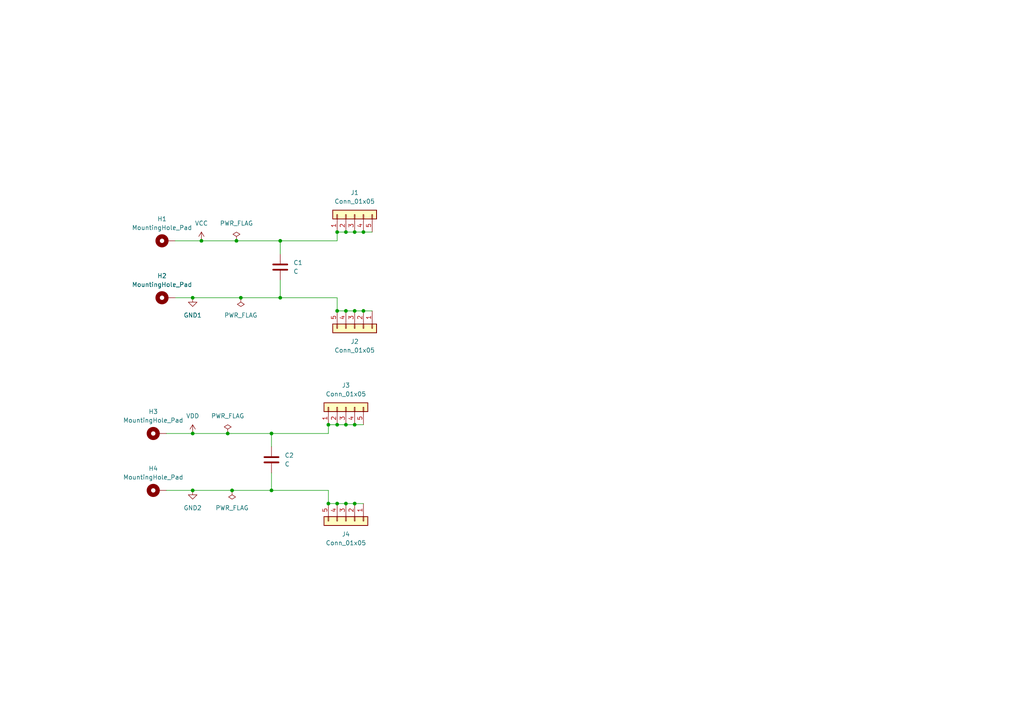
<source format=kicad_sch>
(kicad_sch (version 20250114) (generator "eeschema") (generator_version "9.0")
  (paper "A4")
  (title_block (title "ProtoboardSourcePCB") (date "2025-07-22") (rev "1.0") (company "Rodrigo Madrigal Montes") (comment 1 "Adaptador de conectores banana o 4mm para protoboards"))
  (lib_symbols
    (symbol "Connector_Generic:Conn_01x05" (pin_names (offset 1.016) (hide yes))
      (property "Reference" "J" (at 0 7.62 0))
      (property "Value" "Conn_01x05" (at 0 -7.62 0))
      (symbol "Conn_01x05_1_1"
        (rectangle (start -1.27 6.35) (end 1.27 -6.35) (stroke (width 0.254)) (fill (type background)))
        (rectangle (start -1.27 5.207) (end 0 4.953) (stroke (width 0.1524)))
        (rectangle (start -1.27 2.667) (end 0 2.413) (stroke (width 0.1524)))
        (rectangle (start -1.27 0.127) (end 0 -0.127) (stroke (width 0.1524)))
        (rectangle (start -1.27 -2.413) (end 0 -2.667) (stroke (width 0.1524)))
        (rectangle (start -1.27 -4.953) (end 0 -5.207) (stroke (width 0.1524)))
        (pin passive line (at -5.08 5.08 0) (length 3.81) (name "Pin_1") (number "1"))
        (pin passive line (at -5.08 2.54 0) (length 3.81) (name "Pin_2") (number "2"))
        (pin passive line (at -5.08 0 0) (length 3.81) (name "Pin_3") (number "3"))
        (pin passive line (at -5.08 -2.54 0) (length 3.81) (name "Pin_4") (number "4"))
        (pin passive line (at -5.08 -5.08 0) (length 3.81) (name "Pin_5") (number "5"))
      )
    )
    (symbol "Device:C" (pin_numbers (hide yes)) (pin_names (offset 0.254))
      (property "Reference" "C" (at 0.635 2.54 0))
      (property "Value" "C" (at 0.635 -2.54 0))
      (symbol "C_0_1"
        (polyline (pts (xy -2.032 0.762) (xy 2.032 0.762)) (stroke (width 0.508)))
        (polyline (pts (xy -2.032 -0.762) (xy 2.032 -0.762)) (stroke (width 0.508)))
      )
      (symbol "C_1_1"
        (pin passive line (at 0 3.81 270) (length 2.794) (name "~") (number "1"))
        (pin passive line (at 0 -3.81 90) (length 2.794) (name "~") (number "2"))
      )
    )
    (symbol "Mechanical:MountingHole_Pad" (pin_numbers (hide yes)) (pin_names (offset 1.016) (hide yes)) (in_bom no)
      (property "Reference" "H" (at 0 6.35 0))
      (property "Value" "MountingHole_Pad" (at 0 4.445 0))
      (symbol "MountingHole_Pad_0_1"
        (circle (center 0 1.27) (radius 1.27) (stroke (width 1.27)))
      )
      (symbol "MountingHole_Pad_1_1"
        (pin input line (at 0 -2.54 90) (length 2.54) (name "1") (number "1"))
      )
    )
    (symbol "power:GND1" (power) (pin_numbers (hide yes)) (pin_names (offset 0) (hide yes))
      (property "Value" "GND1" (at 0 -3.81 0))
      (symbol "GND1_0_1"
        (polyline (pts (xy 0 0) (xy 0 -1.27) (xy 1.27 -1.27) (xy 0 -2.54) (xy -1.27 -1.27) (xy 0 -1.27)))
      )
      (symbol "GND1_1_1"
        (pin power_in line (at 0 0 270) (length 0) (name "~") (number "1"))
      )
    )
    (symbol "power:GND2" (power) (pin_numbers (hide yes)) (pin_names (offset 0) (hide yes))
      (property "Value" "GND2" (at 0 -3.81 0))
      (symbol "GND2_0_1"
        (polyline (pts (xy 0 0) (xy 0 -1.27) (xy 1.27 -1.27) (xy 0 -2.54) (xy -1.27 -1.27) (xy 0 -1.27)))
      )
      (symbol "GND2_1_1"
        (pin power_in line (at 0 0 270) (length 0) (name "~") (number "1"))
      )
    )
    (symbol "power:PWR_FLAG" (power) (pin_numbers (hide yes)) (pin_names (offset 0) (hide yes))
      (property "Value" "PWR_FLAG" (at 0 3.81 0))
      (symbol "PWR_FLAG_0_0"
        (pin power_out line (at 0 0 90) (length 0) (name "~") (number "1"))
      )
      (symbol "PWR_FLAG_0_1"
        (polyline (pts (xy 0 0) (xy 0 1.27) (xy -1.016 1.905) (xy 0 2.54) (xy 1.016 1.905) (xy 0 1.27)))
      )
    )
    (symbol "power:VCC" (power) (pin_numbers (hide yes)) (pin_names (offset 0) (hide yes))
      (property "Value" "VCC" (at 0 3.556 0))
      (symbol "VCC_0_1"
        (polyline (pts (xy -0.762 1.27) (xy 0 2.54)))
        (polyline (pts (xy 0 2.54) (xy 0.762 1.27)))
        (polyline (pts (xy 0 0) (xy 0 2.54)))
      )
      (symbol "VCC_1_1"
        (pin power_in line (at 0 0 90) (length 0) (name "~") (number "1"))
      )
    )
    (symbol "power:VDD" (power) (pin_numbers (hide yes)) (pin_names (offset 0) (hide yes))
      (property "Value" "VDD" (at 0 3.556 0))
      (symbol "VDD_0_1"
        (polyline (pts (xy -0.762 1.27) (xy 0 2.54)))
        (polyline (pts (xy 0 2.54) (xy 0.762 1.27)))
        (polyline (pts (xy 0 0) (xy 0 2.54)))
      )
      (symbol "VDD_1_1"
        (pin power_in line (at 0 0 90) (length 0) (name "~") (number "1"))
      )
    )
  )
  (junction (at 55.88 125.73))
  (junction (at 69.85 86.36))
  (junction (at 97.79 123.19))
  (junction (at 97.79 67.31))
  (junction (at 102.87 67.31))
  (junction (at 81.28 69.85))
  (junction (at 55.88 142.24))
  (junction (at 100.33 123.19))
  (junction (at 105.41 90.17))
  (junction (at 58.42 69.85))
  (junction (at 78.74 142.24))
  (junction (at 102.87 146.05))
  (junction (at 67.31 142.24))
  (junction (at 78.74 125.73))
  (junction (at 95.25 146.05))
  (junction (at 105.41 67.31))
  (junction (at 97.79 146.05))
  (junction (at 102.87 90.17))
  (junction (at 97.79 90.17))
  (junction (at 100.33 146.05))
  (junction (at 102.87 123.19))
  (junction (at 66.04 125.73))
  (junction (at 95.25 123.19))
  (junction (at 100.33 67.31))
  (junction (at 68.58 69.85))
  (junction (at 100.33 90.17))
  (junction (at 55.88 86.36))
  (junction (at 81.28 86.36))
  (wire (pts (xy 81.28 86.36) (xy 97.79 86.36)))
  (wire (pts (xy 102.87 67.31) (xy 105.41 67.31)))
  (wire (pts (xy 50.8 69.85) (xy 58.42 69.85)))
  (wire (pts (xy 102.87 90.17) (xy 105.41 90.17)))
  (wire (pts (xy 100.33 146.05) (xy 102.87 146.05)))
  (wire (pts (xy 97.79 123.19) (xy 100.33 123.19)))
  (wire (pts (xy 97.79 69.85) (xy 97.79 67.31)))
  (wire (pts (xy 100.33 67.31) (xy 102.87 67.31)))
  (wire (pts (xy 67.31 142.24) (xy 78.74 142.24)))
  (wire (pts (xy 97.79 146.05) (xy 100.33 146.05)))
  (wire (pts (xy 95.25 125.73) (xy 95.25 123.19)))
  (wire (pts (xy 66.04 125.73) (xy 78.74 125.73)))
  (wire (pts (xy 102.87 146.05) (xy 105.41 146.05)))
  (wire (pts (xy 81.28 69.85) (xy 97.79 69.85)))
  (wire (pts (xy 78.74 142.24) (xy 78.74 137.16)))
  (wire (pts (xy 48.26 125.73) (xy 55.88 125.73)))
  (wire (pts (xy 50.8 86.36) (xy 55.88 86.36)))
  (wire (pts (xy 58.42 69.85) (xy 68.58 69.85)))
  (wire (pts (xy 95.25 146.05) (xy 97.79 146.05)))
  (wire (pts (xy 81.28 69.85) (xy 81.28 73.66)))
  (wire (pts (xy 55.88 86.36) (xy 69.85 86.36)))
  (wire (pts (xy 97.79 67.31) (xy 100.33 67.31)))
  (wire (pts (xy 102.87 123.19) (xy 105.41 123.19)))
  (wire (pts (xy 78.74 142.24) (xy 95.25 142.24)))
  (wire (pts (xy 55.88 142.24) (xy 67.31 142.24)))
  (wire (pts (xy 55.88 125.73) (xy 66.04 125.73)))
  (wire (pts (xy 100.33 123.19) (xy 102.87 123.19)))
  (wire (pts (xy 78.74 125.73) (xy 78.74 129.54)))
  (wire (pts (xy 48.26 142.24) (xy 55.88 142.24)))
  (wire (pts (xy 78.74 125.73) (xy 95.25 125.73)))
  (wire (pts (xy 69.85 86.36) (xy 81.28 86.36)))
  (wire (pts (xy 97.79 86.36) (xy 97.79 90.17)))
  (wire (pts (xy 95.25 142.24) (xy 95.25 146.05)))
  (wire (pts (xy 105.41 90.17) (xy 107.95 90.17)))
  (wire (pts (xy 68.58 69.85) (xy 81.28 69.85)))
  (wire (pts (xy 97.79 90.17) (xy 100.33 90.17)))
  (wire (pts (xy 81.28 86.36) (xy 81.28 81.28)))
  (wire (pts (xy 105.41 67.31) (xy 107.95 67.31)))
  (wire (pts (xy 100.33 90.17) (xy 102.87 90.17)))
  (wire (pts (xy 95.25 123.19) (xy 97.79 123.19)))
  (symbol (lib_id "Connector_Generic:Conn_01x05") (at 100.33 118.11 90) (unit 1)
    (property "Reference" "J3" (at 100.33 111.76 90))
    (property "Value" "Conn_01x05" (at 100.33 114.3 90))
    (property "Footprint" "Connector_PinHeader_2.54mm:PinHeader_1x05_P2.54mm_Vertical" (effects (hide yes)))
    (property "Description" "Generic connector, single row, 01x05, script generated (kicad-library-utils/schlib/autogen/connector/)" (effects (hide yes)))
  )
  (symbol (lib_id "power:GND2") (at 55.88 142.24 0) (unit 1)
    (property "Reference" "#PWR03" (effects (hide yes)))
    (property "Value" "GND2" (at 55.88 147.32 0))
    (property "Description" "Power symbol creates a global label with name \"GND2\" , ground" (effects (hide yes)))
  )
  (symbol (lib_id "Mechanical:MountingHole_Pad") (at 45.72 125.73 90) (unit 1) (in_bom no)
    (property "Reference" "H3" (at 44.45 119.38 90))
    (property "Value" "MountingHole_Pad" (at 44.45 121.92 90))
    (property "Footprint" "MountingHole:MountingHole_6.5mm_Pad" (effects (hide yes)))
    (property "Description" "Mounting Hole with connection" (effects (hide yes)))
  )
  (symbol (lib_id "power:PWR_FLAG") (at 69.85 86.36 180) (unit 1)
    (property "Reference" "#FLG02" (effects (hide yes)))
    (property "Value" "PWR_FLAG" (at 69.85 91.44 0))
    (property "Description" "Special symbol for telling ERC where power comes from" (effects (hide yes)))
  )
  (symbol (lib_id "power:PWR_FLAG") (at 68.58 69.85 0) (unit 1)
    (property "Reference" "#FLG01" (effects (hide yes)))
    (property "Value" "PWR_FLAG" (at 68.58 64.77 0))
    (property "Description" "Special symbol for telling ERC where power comes from" (effects (hide yes)))
  )
  (symbol (lib_id "Mechanical:MountingHole_Pad") (at 45.72 142.24 90) (unit 1) (in_bom no)
    (property "Reference" "H4" (at 44.45 135.89 90))
    (property "Value" "MountingHole_Pad" (at 44.45 138.43 90))
    (property "Footprint" "MountingHole:MountingHole_6.5mm_Pad" (effects (hide yes)))
    (property "Description" "Mounting Hole with connection" (effects (hide yes)))
  )
  (symbol (lib_id "Connector_Generic:Conn_01x05") (at 102.87 95.25 270) (unit 1)
    (property "Reference" "J2" (at 102.87 99.06 90))
    (property "Value" "Conn_01x05" (at 102.87 101.6 90))
    (property "Footprint" "Connector_PinHeader_2.54mm:PinHeader_1x05_P2.54mm_Vertical" (effects (hide yes)))
    (property "Description" "Generic connector, single row, 01x05, script generated (kicad-library-utils/schlib/autogen/connector/)" (effects (hide yes)))
  )
  (symbol (lib_id "Device:C") (at 81.28 77.47 0) (unit 1)
    (property "Reference" "C1" (at 85.09 76.1999 0) (effects (justify left)))
    (property "Value" "C" (at 85.09 78.7399 0) (effects (justify left)))
    (property "Footprint" "Capacitor_THT:C_Disc_D5.0mm_W2.5mm_P2.50mm" (effects (hide yes)))
    (property "Description" "Unpolarized capacitor" (effects (hide yes)))
  )
  (symbol (lib_id "power:PWR_FLAG") (at 66.04 125.73 0) (unit 1)
    (property "Reference" "#FLG03" (effects (hide yes)))
    (property "Value" "PWR_FLAG" (at 66.04 120.65 0))
    (property "Description" "Special symbol for telling ERC where power comes from" (effects (hide yes)))
  )
  (symbol (lib_id "Connector_Generic:Conn_01x05") (at 102.87 62.23 90) (unit 1)
    (property "Reference" "J1" (at 102.87 55.88 90))
    (property "Value" "Conn_01x05" (at 102.87 58.42 90))
    (property "Footprint" "Connector_PinHeader_2.54mm:PinHeader_1x05_P2.54mm_Vertical" (effects (hide yes)))
    (property "Description" "Generic connector, single row, 01x05, script generated (kicad-library-utils/schlib/autogen/connector/)" (effects (hide yes)))
  )
  (symbol (lib_id "Mechanical:MountingHole_Pad") (at 48.26 86.36 90) (unit 1) (in_bom no)
    (property "Reference" "H2" (at 46.99 80.01 90))
    (property "Value" "MountingHole_Pad" (at 46.99 82.55 90))
    (property "Footprint" "MountingHole:MountingHole_6.5mm_Pad" (effects (hide yes)))
    (property "Description" "Mounting Hole with connection" (effects (hide yes)))
  )
  (symbol (lib_id "power:PWR_FLAG") (at 67.31 142.24 180) (unit 1)
    (property "Reference" "#FLG04" (effects (hide yes)))
    (property "Value" "PWR_FLAG" (at 67.31 147.32 0))
    (property "Description" "Special symbol for telling ERC where power comes from" (effects (hide yes)))
  )
  (symbol (lib_id "power:VCC") (at 58.42 69.85 0) (unit 1)
    (property "Reference" "#PWR02" (effects (hide yes)))
    (property "Value" "VCC" (at 58.42 64.77 0))
    (property "Description" "Power symbol creates a global label with name \"VCC\"" (effects (hide yes)))
  )
  (symbol (lib_id "power:VDD") (at 55.88 125.73 0) (unit 1)
    (property "Reference" "#PWR04" (effects (hide yes)))
    (property "Value" "VDD" (at 55.88 120.65 0))
    (property "Description" "Power symbol creates a global label with name \"VDD\"" (effects (hide yes)))
  )
  (symbol (lib_id "power:GND1") (at 55.88 86.36 0) (unit 1)
    (property "Reference" "#PWR01" (effects (hide yes)))
    (property "Value" "GND1" (at 55.88 91.44 0))
    (property "Description" "Power symbol creates a global label with name \"GND1\" , ground" (effects (hide yes)))
  )
  (symbol (lib_id "Connector_Generic:Conn_01x05") (at 100.33 151.13 270) (unit 1)
    (property "Reference" "J4" (at 100.33 154.94 90))
    (property "Value" "Conn_01x05" (at 100.33 157.48 90))
    (property "Footprint" "Connector_PinHeader_2.54mm:PinHeader_1x05_P2.54mm_Vertical" (effects (hide yes)))
    (property "Description" "Generic connector, single row, 01x05, script generated (kicad-library-utils/schlib/autogen/connector/)" (effects (hide yes)))
  )
  (symbol (lib_id "Mechanical:MountingHole_Pad") (at 48.26 69.85 90) (unit 1) (in_bom no)
    (property "Reference" "H1" (at 46.99 63.5 90))
    (property "Value" "MountingHole_Pad" (at 46.99 66.04 90))
    (property "Footprint" "MountingHole:MountingHole_6.5mm_Pad" (effects (hide yes)))
    (property "Description" "Mounting Hole with connection" (effects (hide yes)))
  )
  (symbol (lib_id "Device:C") (at 78.74 133.35 0) (unit 1)
    (property "Reference" "C2" (at 82.55 132.0799 0) (effects (justify left)))
    (property "Value" "C" (at 82.55 134.6199 0) (effects (justify left)))
    (property "Footprint" "Capacitor_THT:C_Disc_D5.0mm_W2.5mm_P2.50mm" (effects (hide yes)))
    (property "Description" "Unpolarized capacitor" (effects (hide yes)))
  )
)
</source>
